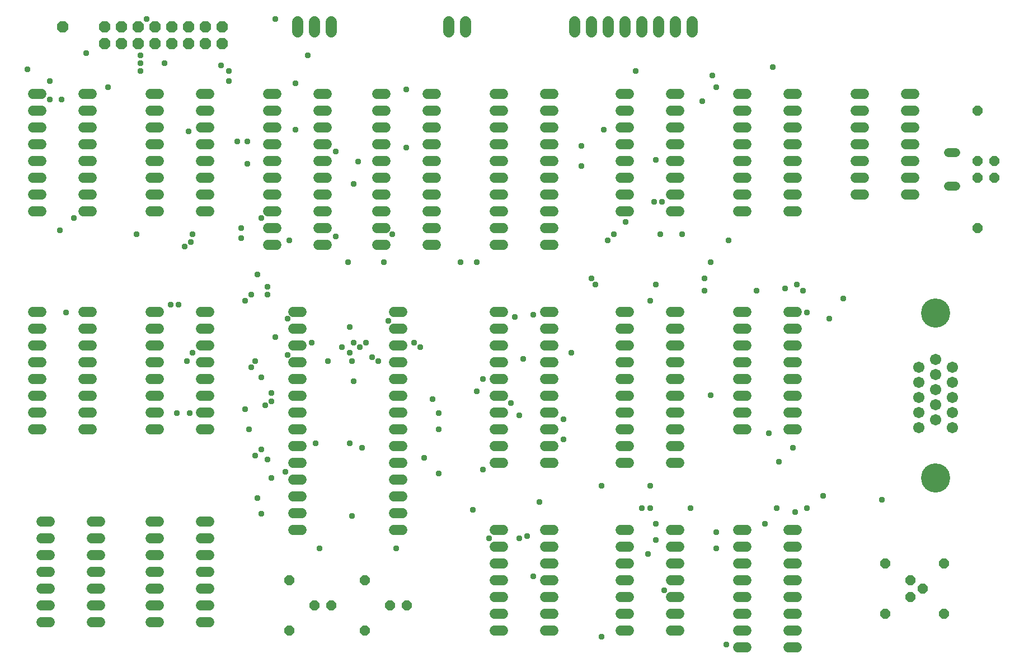
<source format=gbr>
G04 EAGLE Gerber RS-274X export*
G75*
%MOMM*%
%FSLAX34Y34*%
%LPD*%
%INSoldermask Bottom*%
%IPPOS*%
%AMOC8*
5,1,8,0,0,1.08239X$1,22.5*%
G01*
%ADD10P,1.649562X8X292.500000*%
%ADD11C,1.524000*%
%ADD12C,1.711200*%
%ADD13C,4.419200*%
%ADD14C,1.727200*%
%ADD15P,1.869504X8X22.500000*%
%ADD16C,1.320800*%
%ADD17P,1.649562X8X112.500000*%
%ADD18P,1.649562X8X202.500000*%
%ADD19C,0.959600*%


D10*
X1587500Y723900D03*
X1587500Y698500D03*
D11*
X692404Y165100D02*
X679196Y165100D01*
X679196Y190500D02*
X692404Y190500D01*
X692404Y215900D02*
X679196Y215900D01*
X679196Y241300D02*
X692404Y241300D01*
X692404Y266700D02*
X679196Y266700D01*
X679196Y292100D02*
X692404Y292100D01*
X692404Y317500D02*
X679196Y317500D01*
X679196Y342900D02*
X692404Y342900D01*
X692404Y368300D02*
X679196Y368300D01*
X679196Y393700D02*
X692404Y393700D01*
X692404Y419100D02*
X679196Y419100D01*
X679196Y444500D02*
X692404Y444500D01*
X692404Y469900D02*
X679196Y469900D01*
X679196Y495300D02*
X692404Y495300D01*
X540004Y495300D02*
X526796Y495300D01*
X526796Y469900D02*
X540004Y469900D01*
X540004Y444500D02*
X526796Y444500D01*
X526796Y419100D02*
X540004Y419100D01*
X540004Y393700D02*
X526796Y393700D01*
X526796Y368300D02*
X540004Y368300D01*
X540004Y342900D02*
X526796Y342900D01*
X526796Y317500D02*
X540004Y317500D01*
X540004Y292100D02*
X526796Y292100D01*
X526796Y266700D02*
X540004Y266700D01*
X540004Y241300D02*
X526796Y241300D01*
X526796Y215900D02*
X540004Y215900D01*
X540004Y190500D02*
X526796Y190500D01*
X526796Y165100D02*
X540004Y165100D01*
X159004Y177800D02*
X145796Y177800D01*
X145796Y152400D02*
X159004Y152400D01*
X159004Y25400D02*
X145796Y25400D01*
X221996Y25400D02*
X235204Y25400D01*
X159004Y127000D02*
X145796Y127000D01*
X145796Y101600D02*
X159004Y101600D01*
X159004Y50800D02*
X145796Y50800D01*
X145796Y76200D02*
X159004Y76200D01*
X221996Y50800D02*
X235204Y50800D01*
X235204Y76200D02*
X221996Y76200D01*
X221996Y101600D02*
X235204Y101600D01*
X235204Y127000D02*
X221996Y127000D01*
X221996Y152400D02*
X235204Y152400D01*
X235204Y177800D02*
X221996Y177800D01*
X1377696Y825500D02*
X1390904Y825500D01*
X1390904Y800100D02*
X1377696Y800100D01*
X1377696Y673100D02*
X1390904Y673100D01*
X1453896Y673100D02*
X1467104Y673100D01*
X1390904Y774700D02*
X1377696Y774700D01*
X1377696Y749300D02*
X1390904Y749300D01*
X1390904Y698500D02*
X1377696Y698500D01*
X1377696Y723900D02*
X1390904Y723900D01*
X1453896Y698500D02*
X1467104Y698500D01*
X1467104Y723900D02*
X1453896Y723900D01*
X1453896Y749300D02*
X1467104Y749300D01*
X1467104Y774700D02*
X1453896Y774700D01*
X1453896Y800100D02*
X1467104Y800100D01*
X1467104Y825500D02*
X1453896Y825500D01*
X844804Y165100D02*
X831596Y165100D01*
X831596Y139700D02*
X844804Y139700D01*
X844804Y12700D02*
X831596Y12700D01*
X907796Y12700D02*
X921004Y12700D01*
X844804Y114300D02*
X831596Y114300D01*
X831596Y88900D02*
X844804Y88900D01*
X844804Y38100D02*
X831596Y38100D01*
X831596Y63500D02*
X844804Y63500D01*
X907796Y38100D02*
X921004Y38100D01*
X921004Y63500D02*
X907796Y63500D01*
X907796Y88900D02*
X921004Y88900D01*
X921004Y114300D02*
X907796Y114300D01*
X907796Y139700D02*
X921004Y139700D01*
X921004Y165100D02*
X907796Y165100D01*
X1022096Y825500D02*
X1035304Y825500D01*
X1035304Y800100D02*
X1022096Y800100D01*
X1022096Y673100D02*
X1035304Y673100D01*
X1035304Y647700D02*
X1022096Y647700D01*
X1022096Y774700D02*
X1035304Y774700D01*
X1035304Y749300D02*
X1022096Y749300D01*
X1022096Y698500D02*
X1035304Y698500D01*
X1035304Y723900D02*
X1022096Y723900D01*
X1098296Y647700D02*
X1111504Y647700D01*
X1111504Y673100D02*
X1098296Y673100D01*
X1098296Y698500D02*
X1111504Y698500D01*
X1111504Y723900D02*
X1098296Y723900D01*
X1098296Y749300D02*
X1111504Y749300D01*
X1111504Y774700D02*
X1098296Y774700D01*
X1098296Y800100D02*
X1111504Y800100D01*
X1111504Y825500D02*
X1098296Y825500D01*
X1035304Y495300D02*
X1022096Y495300D01*
X1022096Y469900D02*
X1035304Y469900D01*
X1035304Y342900D02*
X1022096Y342900D01*
X1022096Y317500D02*
X1035304Y317500D01*
X1035304Y444500D02*
X1022096Y444500D01*
X1022096Y419100D02*
X1035304Y419100D01*
X1035304Y368300D02*
X1022096Y368300D01*
X1022096Y393700D02*
X1035304Y393700D01*
X1035304Y292100D02*
X1022096Y292100D01*
X1022096Y266700D02*
X1035304Y266700D01*
X1098296Y266700D02*
X1111504Y266700D01*
X1111504Y292100D02*
X1098296Y292100D01*
X1098296Y317500D02*
X1111504Y317500D01*
X1111504Y342900D02*
X1098296Y342900D01*
X1098296Y368300D02*
X1111504Y368300D01*
X1111504Y393700D02*
X1098296Y393700D01*
X1098296Y419100D02*
X1111504Y419100D01*
X1111504Y444500D02*
X1098296Y444500D01*
X1098296Y469900D02*
X1111504Y469900D01*
X1111504Y495300D02*
X1098296Y495300D01*
X844804Y495300D02*
X831596Y495300D01*
X831596Y469900D02*
X844804Y469900D01*
X844804Y342900D02*
X831596Y342900D01*
X831596Y317500D02*
X844804Y317500D01*
X844804Y444500D02*
X831596Y444500D01*
X831596Y419100D02*
X844804Y419100D01*
X844804Y368300D02*
X831596Y368300D01*
X831596Y393700D02*
X844804Y393700D01*
X844804Y292100D02*
X831596Y292100D01*
X831596Y266700D02*
X844804Y266700D01*
X907796Y266700D02*
X921004Y266700D01*
X921004Y292100D02*
X907796Y292100D01*
X907796Y317500D02*
X921004Y317500D01*
X921004Y342900D02*
X907796Y342900D01*
X907796Y368300D02*
X921004Y368300D01*
X921004Y393700D02*
X907796Y393700D01*
X907796Y419100D02*
X921004Y419100D01*
X921004Y444500D02*
X907796Y444500D01*
X907796Y469900D02*
X921004Y469900D01*
X921004Y495300D02*
X907796Y495300D01*
X667004Y825500D02*
X653796Y825500D01*
X653796Y800100D02*
X667004Y800100D01*
X667004Y673100D02*
X653796Y673100D01*
X653796Y647700D02*
X667004Y647700D01*
X667004Y774700D02*
X653796Y774700D01*
X653796Y749300D02*
X667004Y749300D01*
X667004Y698500D02*
X653796Y698500D01*
X653796Y723900D02*
X667004Y723900D01*
X667004Y622300D02*
X653796Y622300D01*
X653796Y596900D02*
X667004Y596900D01*
X729996Y596900D02*
X743204Y596900D01*
X743204Y622300D02*
X729996Y622300D01*
X729996Y647700D02*
X743204Y647700D01*
X743204Y673100D02*
X729996Y673100D01*
X729996Y698500D02*
X743204Y698500D01*
X743204Y723900D02*
X729996Y723900D01*
X729996Y749300D02*
X743204Y749300D01*
X743204Y774700D02*
X729996Y774700D01*
X729996Y800100D02*
X743204Y800100D01*
X743204Y825500D02*
X729996Y825500D01*
X501904Y825500D02*
X488696Y825500D01*
X488696Y800100D02*
X501904Y800100D01*
X501904Y673100D02*
X488696Y673100D01*
X488696Y647700D02*
X501904Y647700D01*
X501904Y774700D02*
X488696Y774700D01*
X488696Y749300D02*
X501904Y749300D01*
X501904Y698500D02*
X488696Y698500D01*
X488696Y723900D02*
X501904Y723900D01*
X501904Y622300D02*
X488696Y622300D01*
X488696Y596900D02*
X501904Y596900D01*
X564896Y596900D02*
X578104Y596900D01*
X578104Y622300D02*
X564896Y622300D01*
X564896Y647700D02*
X578104Y647700D01*
X578104Y673100D02*
X564896Y673100D01*
X564896Y698500D02*
X578104Y698500D01*
X578104Y723900D02*
X564896Y723900D01*
X564896Y749300D02*
X578104Y749300D01*
X578104Y774700D02*
X564896Y774700D01*
X564896Y800100D02*
X578104Y800100D01*
X578104Y825500D02*
X564896Y825500D01*
X831596Y825500D02*
X844804Y825500D01*
X844804Y800100D02*
X831596Y800100D01*
X831596Y673100D02*
X844804Y673100D01*
X844804Y647700D02*
X831596Y647700D01*
X831596Y774700D02*
X844804Y774700D01*
X844804Y749300D02*
X831596Y749300D01*
X831596Y698500D02*
X844804Y698500D01*
X844804Y723900D02*
X831596Y723900D01*
X831596Y622300D02*
X844804Y622300D01*
X844804Y596900D02*
X831596Y596900D01*
X907796Y596900D02*
X921004Y596900D01*
X921004Y622300D02*
X907796Y622300D01*
X907796Y647700D02*
X921004Y647700D01*
X921004Y673100D02*
X907796Y673100D01*
X907796Y698500D02*
X921004Y698500D01*
X921004Y723900D02*
X907796Y723900D01*
X907796Y749300D02*
X921004Y749300D01*
X921004Y774700D02*
X907796Y774700D01*
X907796Y800100D02*
X921004Y800100D01*
X921004Y825500D02*
X907796Y825500D01*
D12*
X1473200Y411500D03*
X1473200Y388600D03*
X1473200Y365700D03*
X1473200Y342800D03*
X1473200Y319900D03*
X1498600Y422900D03*
X1498600Y400000D03*
X1498600Y377100D03*
X1498600Y354200D03*
X1498600Y331300D03*
X1524000Y411500D03*
X1524000Y388600D03*
X1524000Y365700D03*
X1524000Y342800D03*
X1524000Y319900D03*
D13*
X1498600Y243300D03*
X1498600Y493300D03*
D14*
X952500Y919480D02*
X952500Y934720D01*
X977900Y934720D02*
X977900Y919480D01*
X1003300Y919480D02*
X1003300Y934720D01*
X1028700Y934720D02*
X1028700Y919480D01*
X1054100Y919480D02*
X1054100Y934720D01*
X1079500Y934720D02*
X1079500Y919480D01*
X1104900Y919480D02*
X1104900Y934720D01*
X1130300Y934720D02*
X1130300Y919480D01*
D15*
X241300Y901700D03*
X241300Y927100D03*
X266700Y901700D03*
X266700Y927100D03*
X292100Y901700D03*
X292100Y927100D03*
X317500Y901700D03*
X317500Y927100D03*
X342900Y901700D03*
X342900Y927100D03*
X368300Y901700D03*
X368300Y927100D03*
X393700Y901700D03*
X393700Y927100D03*
X419100Y901700D03*
X419100Y927100D03*
D14*
X762000Y919480D02*
X762000Y934720D01*
X787400Y934720D02*
X787400Y919480D01*
D15*
X177800Y927100D03*
D14*
X533400Y919480D02*
X533400Y934720D01*
X558800Y934720D02*
X558800Y919480D01*
X584200Y919480D02*
X584200Y934720D01*
D16*
X1518412Y736600D02*
X1529588Y736600D01*
X1529588Y685800D02*
X1518412Y685800D01*
D10*
X1562100Y698500D03*
X1562100Y622300D03*
X1562100Y800100D03*
X1562100Y723900D03*
D17*
X1511300Y38100D03*
X1511300Y114300D03*
X1422400Y38100D03*
X1422400Y114300D03*
D10*
X1460500Y63500D03*
X1479550Y76200D03*
X1460500Y88900D03*
D11*
X1213104Y825500D02*
X1199896Y825500D01*
X1199896Y800100D02*
X1213104Y800100D01*
X1213104Y673100D02*
X1199896Y673100D01*
X1199896Y647700D02*
X1213104Y647700D01*
X1213104Y774700D02*
X1199896Y774700D01*
X1199896Y749300D02*
X1213104Y749300D01*
X1213104Y698500D02*
X1199896Y698500D01*
X1199896Y723900D02*
X1213104Y723900D01*
X1276096Y647700D02*
X1289304Y647700D01*
X1289304Y673100D02*
X1276096Y673100D01*
X1276096Y698500D02*
X1289304Y698500D01*
X1289304Y723900D02*
X1276096Y723900D01*
X1276096Y749300D02*
X1289304Y749300D01*
X1289304Y774700D02*
X1276096Y774700D01*
X1276096Y800100D02*
X1289304Y800100D01*
X1289304Y825500D02*
X1276096Y825500D01*
X1213104Y165100D02*
X1199896Y165100D01*
X1199896Y139700D02*
X1213104Y139700D01*
X1213104Y12700D02*
X1199896Y12700D01*
X1199896Y-12700D02*
X1213104Y-12700D01*
X1213104Y114300D02*
X1199896Y114300D01*
X1199896Y88900D02*
X1213104Y88900D01*
X1213104Y38100D02*
X1199896Y38100D01*
X1199896Y63500D02*
X1213104Y63500D01*
X1276096Y-12700D02*
X1289304Y-12700D01*
X1289304Y12700D02*
X1276096Y12700D01*
X1276096Y38100D02*
X1289304Y38100D01*
X1289304Y63500D02*
X1276096Y63500D01*
X1276096Y88900D02*
X1289304Y88900D01*
X1289304Y114300D02*
X1276096Y114300D01*
X1276096Y139700D02*
X1289304Y139700D01*
X1289304Y165100D02*
X1276096Y165100D01*
X1213104Y495300D02*
X1199896Y495300D01*
X1199896Y469900D02*
X1213104Y469900D01*
X1213104Y342900D02*
X1199896Y342900D01*
X1199896Y317500D02*
X1213104Y317500D01*
X1213104Y444500D02*
X1199896Y444500D01*
X1199896Y419100D02*
X1213104Y419100D01*
X1213104Y368300D02*
X1199896Y368300D01*
X1199896Y393700D02*
X1213104Y393700D01*
X1276096Y317500D02*
X1289304Y317500D01*
X1289304Y342900D02*
X1276096Y342900D01*
X1276096Y368300D02*
X1289304Y368300D01*
X1289304Y393700D02*
X1276096Y393700D01*
X1276096Y419100D02*
X1289304Y419100D01*
X1289304Y444500D02*
X1276096Y444500D01*
X1276096Y469900D02*
X1289304Y469900D01*
X1289304Y495300D02*
X1276096Y495300D01*
X1035304Y165100D02*
X1022096Y165100D01*
X1022096Y139700D02*
X1035304Y139700D01*
X1035304Y12700D02*
X1022096Y12700D01*
X1098296Y12700D02*
X1111504Y12700D01*
X1035304Y114300D02*
X1022096Y114300D01*
X1022096Y88900D02*
X1035304Y88900D01*
X1035304Y38100D02*
X1022096Y38100D01*
X1022096Y63500D02*
X1035304Y63500D01*
X1098296Y38100D02*
X1111504Y38100D01*
X1111504Y63500D02*
X1098296Y63500D01*
X1098296Y88900D02*
X1111504Y88900D01*
X1111504Y114300D02*
X1098296Y114300D01*
X1098296Y139700D02*
X1111504Y139700D01*
X1111504Y165100D02*
X1098296Y165100D01*
X324104Y495300D02*
X310896Y495300D01*
X310896Y469900D02*
X324104Y469900D01*
X324104Y342900D02*
X310896Y342900D01*
X310896Y317500D02*
X324104Y317500D01*
X324104Y444500D02*
X310896Y444500D01*
X310896Y419100D02*
X324104Y419100D01*
X324104Y368300D02*
X310896Y368300D01*
X310896Y393700D02*
X324104Y393700D01*
X387096Y317500D02*
X400304Y317500D01*
X400304Y342900D02*
X387096Y342900D01*
X387096Y368300D02*
X400304Y368300D01*
X400304Y393700D02*
X387096Y393700D01*
X387096Y419100D02*
X400304Y419100D01*
X400304Y444500D02*
X387096Y444500D01*
X387096Y469900D02*
X400304Y469900D01*
X400304Y495300D02*
X387096Y495300D01*
X324104Y825500D02*
X310896Y825500D01*
X310896Y800100D02*
X324104Y800100D01*
X324104Y673100D02*
X310896Y673100D01*
X310896Y647700D02*
X324104Y647700D01*
X324104Y774700D02*
X310896Y774700D01*
X310896Y749300D02*
X324104Y749300D01*
X324104Y698500D02*
X310896Y698500D01*
X310896Y723900D02*
X324104Y723900D01*
X387096Y647700D02*
X400304Y647700D01*
X400304Y673100D02*
X387096Y673100D01*
X387096Y698500D02*
X400304Y698500D01*
X400304Y723900D02*
X387096Y723900D01*
X387096Y749300D02*
X400304Y749300D01*
X400304Y774700D02*
X387096Y774700D01*
X387096Y800100D02*
X400304Y800100D01*
X400304Y825500D02*
X387096Y825500D01*
X146304Y495300D02*
X133096Y495300D01*
X133096Y469900D02*
X146304Y469900D01*
X146304Y342900D02*
X133096Y342900D01*
X133096Y317500D02*
X146304Y317500D01*
X146304Y444500D02*
X133096Y444500D01*
X133096Y419100D02*
X146304Y419100D01*
X146304Y368300D02*
X133096Y368300D01*
X133096Y393700D02*
X146304Y393700D01*
X209296Y317500D02*
X222504Y317500D01*
X222504Y342900D02*
X209296Y342900D01*
X209296Y368300D02*
X222504Y368300D01*
X222504Y393700D02*
X209296Y393700D01*
X209296Y419100D02*
X222504Y419100D01*
X222504Y444500D02*
X209296Y444500D01*
X209296Y469900D02*
X222504Y469900D01*
X222504Y495300D02*
X209296Y495300D01*
X146304Y825500D02*
X133096Y825500D01*
X133096Y800100D02*
X146304Y800100D01*
X146304Y673100D02*
X133096Y673100D01*
X133096Y647700D02*
X146304Y647700D01*
X146304Y774700D02*
X133096Y774700D01*
X133096Y749300D02*
X146304Y749300D01*
X146304Y698500D02*
X133096Y698500D01*
X133096Y723900D02*
X146304Y723900D01*
X209296Y647700D02*
X222504Y647700D01*
X222504Y673100D02*
X209296Y673100D01*
X209296Y698500D02*
X222504Y698500D01*
X222504Y723900D02*
X209296Y723900D01*
X209296Y749300D02*
X222504Y749300D01*
X222504Y774700D02*
X209296Y774700D01*
X209296Y800100D02*
X222504Y800100D01*
X222504Y825500D02*
X209296Y825500D01*
X310896Y177800D02*
X324104Y177800D01*
X324104Y152400D02*
X310896Y152400D01*
X310896Y25400D02*
X324104Y25400D01*
X387096Y25400D02*
X400304Y25400D01*
X324104Y127000D02*
X310896Y127000D01*
X310896Y101600D02*
X324104Y101600D01*
X324104Y50800D02*
X310896Y50800D01*
X310896Y76200D02*
X324104Y76200D01*
X387096Y50800D02*
X400304Y50800D01*
X400304Y76200D02*
X387096Y76200D01*
X387096Y101600D02*
X400304Y101600D01*
X400304Y127000D02*
X387096Y127000D01*
X387096Y152400D02*
X400304Y152400D01*
X400304Y177800D02*
X387096Y177800D01*
D18*
X698500Y50800D03*
X673100Y50800D03*
X584200Y50800D03*
X558800Y50800D03*
D10*
X520700Y88900D03*
X520700Y12700D03*
X635000Y88900D03*
X635000Y12700D03*
D19*
X1127760Y198120D03*
X1258824Y198120D03*
X1271016Y530352D03*
X1338072Y484632D03*
X1289304Y536448D03*
X429768Y844296D03*
X530352Y841248D03*
X1252728Y865632D03*
X1158240Y368808D03*
X1158240Y569976D03*
X993648Y3048D03*
X880872Y155448D03*
X984504Y536448D03*
X1075944Y536448D03*
X1167384Y835152D03*
X1161288Y853440D03*
X1075944Y173736D03*
X1182624Y-9144D03*
X798576Y195072D03*
X993648Y231648D03*
X1066800Y231648D03*
X1298448Y527304D03*
X862584Y487680D03*
X1149096Y527304D03*
X1228344Y527304D03*
X1328928Y216408D03*
X890016Y490728D03*
X978408Y545592D03*
X1149096Y545592D03*
X1066800Y198120D03*
X1261872Y268224D03*
X1283208Y289560D03*
X1359408Y515112D03*
X890016Y94488D03*
X1066800Y512064D03*
X868680Y152400D03*
X1075944Y149352D03*
X1240536Y173736D03*
X1304544Y198120D03*
X1246632Y310896D03*
X1063752Y128016D03*
X1088136Y73152D03*
X1167384Y137160D03*
X1167384Y161544D03*
X1304544Y493776D03*
X1054608Y198120D03*
X1286256Y192024D03*
X646176Y426720D03*
X637032Y448056D03*
X804672Y374904D03*
X856488Y356616D03*
X624840Y722376D03*
X627888Y441960D03*
X618744Y448056D03*
X618744Y688848D03*
X947928Y432816D03*
X813816Y393192D03*
X737616Y362712D03*
X935736Y301752D03*
X591312Y609600D03*
X615696Y420624D03*
X618744Y390144D03*
X746760Y341376D03*
X746760Y316992D03*
X560832Y295656D03*
X899160Y207264D03*
X822960Y152400D03*
X682752Y137160D03*
X630936Y289560D03*
X612648Y295656D03*
X612648Y432816D03*
X725424Y274320D03*
X499872Y457200D03*
X518160Y484632D03*
X935736Y332232D03*
X746760Y249936D03*
X600456Y441960D03*
X530352Y771144D03*
X719328Y441960D03*
X670560Y481584D03*
X612648Y472440D03*
X868680Y338328D03*
X874776Y423672D03*
X457200Y752856D03*
X457200Y719328D03*
X463296Y521208D03*
X463296Y411480D03*
X460248Y316992D03*
X487680Y271272D03*
X454152Y512064D03*
X493776Y371856D03*
X472440Y551688D03*
X493776Y359664D03*
X521208Y603504D03*
X469392Y420624D03*
X469392Y277368D03*
X566928Y137160D03*
X615696Y185928D03*
X493776Y243840D03*
X478536Y396240D03*
X478536Y286512D03*
X213360Y886968D03*
X350520Y341376D03*
X124968Y862584D03*
X370332Y341376D03*
X295656Y871728D03*
X332232Y871728D03*
X341376Y505968D03*
X362712Y594360D03*
X417576Y868680D03*
X173736Y618744D03*
X176784Y816864D03*
X158496Y816864D03*
X158496Y844296D03*
X353568Y505968D03*
X371856Y600456D03*
X368808Y768096D03*
X963168Y716280D03*
X963168Y746760D03*
X1045464Y859536D03*
X1030224Y630936D03*
X1072896Y661416D03*
X1011936Y612648D03*
X1082040Y612648D03*
X1115568Y612648D03*
X1146048Y813816D03*
X1002792Y603504D03*
X515112Y252984D03*
X579120Y420624D03*
X554736Y448056D03*
X609600Y569976D03*
X295656Y859536D03*
X429768Y859536D03*
X499872Y938784D03*
X195072Y637032D03*
X448056Y621792D03*
X246888Y835152D03*
X295656Y883920D03*
X304800Y938784D03*
X374904Y432816D03*
X487680Y521208D03*
X182880Y493776D03*
X289560Y612648D03*
X374904Y612648D03*
X441960Y752856D03*
X548640Y883920D03*
X697992Y832104D03*
X365760Y420624D03*
X448056Y606552D03*
X478536Y637032D03*
X591312Y737616D03*
X697992Y743712D03*
X454152Y347472D03*
X484632Y353568D03*
X518160Y429768D03*
X664464Y569976D03*
X676656Y612648D03*
X487680Y533400D03*
X780288Y569976D03*
X804672Y569976D03*
X655320Y420624D03*
X710184Y448056D03*
X996696Y771144D03*
X813816Y256032D03*
X478536Y188976D03*
X472440Y213360D03*
X1417320Y210312D03*
X1185672Y603504D03*
X1085088Y661416D03*
X1075944Y725424D03*
M02*

</source>
